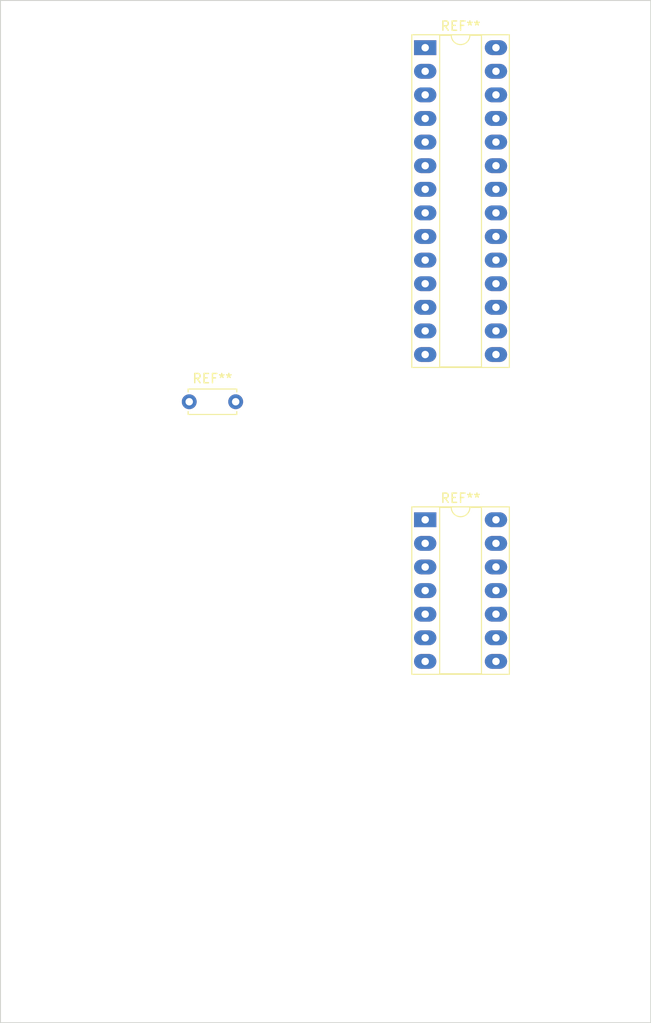
<source format=kicad_pcb>
(kicad_pcb (version 20221018) (generator pcbnew)
  (layers (0 "F.Cu" signal) (31 "B.Cu" signal) (34 "B.Paste" user) (35 "F.Paste" user) (36 "B.SilkS" user "B.Silkscreen") (37 "F.SilkS" user "F.Silkscreen") (38 "B.Mask" user) (39 "F.Mask" user) (44 "Edge.Cuts" user))
  (net 0 "")
  (footprint "Package_DIP:DIP-28_W7.62mm_Socket_LongPads" (layer "F.Cu") (at 121.92 30.48)
    (fp_text reference "REF**" (at 3.81 -2.33) (layer "F.SilkS"))
    (fp_text value "DIP-28_W7.62mm_Socket_LongPads")
    (fp_line (start -1.44 -1.39) (end -1.44 34.41) (stroke (width 0.12)) (layer "F.SilkS"))
    (fp_line (start -1.44 34.41) (end 9.06 34.41) (stroke (width 0.12)) (layer "F.SilkS"))
    (fp_line (start 1.56 -1.33) (end 1.56 34.35) (stroke (width 0.12)) (layer "F.SilkS"))
    (fp_line (start 1.56 34.35) (end 6.06 34.35) (stroke (width 0.12)) (layer "F.SilkS"))
    (fp_line (start 2.81 -1.33) (end 1.56 -1.33) (stroke (width 0.12)) (layer "F.SilkS"))
    (fp_line (start 6.06 -1.33) (end 4.81 -1.33) (stroke (width 0.12)) (layer "F.SilkS"))
    (fp_line (start 6.06 34.35) (end 6.06 -1.33) (stroke (width 0.12)) (layer "F.SilkS"))
    (fp_line (start 9.06 -1.39) (end -1.44 -1.39) (stroke (width 0.12)) (layer "F.SilkS"))
    (fp_line (start 9.06 34.41) (end 9.06 -1.39) (stroke (width 0.12)) (layer "F.SilkS"))
    (fp_arc (start 4.81 -1.33) (mid 3.81 -0.33) (end 2.81 -1.33) (stroke (width 0.12)) (layer "F.SilkS"))
    (pad "1" thru_hole rect (at 0 0) (size 2.4 1.6) (drill 0.8) (layers "*.Cu" "*.Mask"))
    (pad "2" thru_hole oval (at 0 2.54) (size 2.4 1.6) (drill 0.8) (layers "*.Cu" "*.Mask"))
    (pad "3" thru_hole oval (at 0 5.08) (size 2.4 1.6) (drill 0.8) (layers "*.Cu" "*.Mask"))
    (pad "4" thru_hole oval (at 0 7.62) (size 2.4 1.6) (drill 0.8) (layers "*.Cu" "*.Mask"))
    (pad "5" thru_hole oval (at 0 10.16) (size 2.4 1.6) (drill 0.8) (layers "*.Cu" "*.Mask"))
    (pad "6" thru_hole oval (at 0 12.7) (size 2.4 1.6) (drill 0.8) (layers "*.Cu" "*.Mask"))
    (pad "7" thru_hole oval (at 0 15.24) (size 2.4 1.6) (drill 0.8) (layers "*.Cu" "*.Mask"))
    (pad "8" thru_hole oval (at 0 17.78) (size 2.4 1.6) (drill 0.8) (layers "*.Cu" "*.Mask"))
    (pad "9" thru_hole oval (at 0 20.32) (size 2.4 1.6) (drill 0.8) (layers "*.Cu" "*.Mask"))
    (pad "10" thru_hole oval (at 0 22.86) (size 2.4 1.6) (drill 0.8) (layers "*.Cu" "*.Mask"))
    (pad "11" thru_hole oval (at 0 25.4) (size 2.4 1.6) (drill 0.8) (layers "*.Cu" "*.Mask"))
    (pad "12" thru_hole oval (at 0 27.94) (size 2.4 1.6) (drill 0.8) (layers "*.Cu" "*.Mask"))
    (pad "13" thru_hole oval (at 0 30.48) (size 2.4 1.6) (drill 0.8) (layers "*.Cu" "*.Mask"))
    (pad "14" thru_hole oval (at 0 33.02) (size 2.4 1.6) (drill 0.8) (layers "*.Cu" "*.Mask"))
    (pad "15" thru_hole oval (at 7.62 33.02) (size 2.4 1.6) (drill 0.8) (layers "*.Cu" "*.Mask"))
    (pad "16" thru_hole oval (at 7.62 30.48) (size 2.4 1.6) (drill 0.8) (layers "*.Cu" "*.Mask"))
    (pad "17" thru_hole oval (at 7.62 27.94) (size 2.4 1.6) (drill 0.8) (layers "*.Cu" "*.Mask"))
    (pad "18" thru_hole oval (at 7.62 25.4) (size 2.4 1.6) (drill 0.8) (layers "*.Cu" "*.Mask"))
    (pad "19" thru_hole oval (at 7.62 22.86) (size 2.4 1.6) (drill 0.8) (layers "*.Cu" "*.Mask"))
    (pad "20" thru_hole oval (at 7.62 20.32) (size 2.4 1.6) (drill 0.8) (layers "*.Cu" "*.Mask"))
    (pad "21" thru_hole oval (at 7.62 17.78) (size 2.4 1.6) (drill 0.8) (layers "*.Cu" "*.Mask"))
    (pad "22" thru_hole oval (at 7.62 15.24) (size 2.4 1.6) (drill 0.8) (layers "*.Cu" "*.Mask"))
    (pad "23" thru_hole oval (at 7.62 12.7) (size 2.4 1.6) (drill 0.8) (layers "*.Cu" "*.Mask"))
    (pad "24" thru_hole oval (at 7.62 10.16) (size 2.4 1.6) (drill 0.8) (layers "*.Cu" "*.Mask"))
    (pad "25" thru_hole oval (at 7.62 7.62) (size 2.4 1.6) (drill 0.8) (layers "*.Cu" "*.Mask"))
    (pad "26" thru_hole oval (at 7.62 5.08) (size 2.4 1.6) (drill 0.8) (layers "*.Cu" "*.Mask"))
    (pad "27" thru_hole oval (at 7.62 2.54) (size 2.4 1.6) (drill 0.8) (layers "*.Cu" "*.Mask"))
    (pad "28" thru_hole oval (at 7.62 0) (size 2.4 1.6) (drill 0.8) (layers "*.Cu" "*.Mask"))
  )
  (footprint "Capacitor_THT:C_Disc_D5.0mm_W2.5mm_P5.00mm" (layer "F.Cu") (at 96.52 68.58)
    (fp_text reference "REF**" (at 2.5 -2.5) (layer "F.SilkS"))
    (fp_text value "C_Disc_D5.0mm_W2.5mm_P5.00mm")
    (fp_line (start -0.12 -1.37) (end -0.12 -1.055) (stroke (width 0.12)) (layer "F.SilkS"))
    (fp_line (start -0.12 -1.37) (end 5.12 -1.37) (stroke (width 0.12)) (layer "F.SilkS"))
    (fp_line (start -0.12 1.055) (end -0.12 1.37) (stroke (width 0.12)) (layer "F.SilkS"))
    (fp_line (start -0.12 1.37) (end 5.12 1.37) (stroke (width 0.12)) (layer "F.SilkS"))
    (fp_line (start 5.12 -1.37) (end 5.12 -1.055) (stroke (width 0.12)) (layer "F.SilkS"))
    (fp_line (start 5.12 1.055) (end 5.12 1.37) (stroke (width 0.12)) (layer "F.SilkS"))
    (pad "1" thru_hole circle (at 0 0) (size 1.6 1.6) (drill 0.8) (layers "*.Cu" "*.Mask"))
    (pad "2" thru_hole circle (at 5 0) (size 1.6 1.6) (drill 0.8) (layers "*.Cu" "*.Mask"))
  )
  (footprint "Package_DIP:DIP-14_W7.62mm_Socket_LongPads" (layer "F.Cu") (at 121.92 81.28)
    (fp_text reference "REF**" (at 3.81 -2.33) (layer "F.SilkS"))
    (fp_text value "DIP-14_W7.62mm_Socket_LongPads")
    (fp_line (start -1.44 -1.39) (end -1.44 16.63) (stroke (width 0.12)) (layer "F.SilkS"))
    (fp_line (start -1.44 16.63) (end 9.06 16.63) (stroke (width 0.12)) (layer "F.SilkS"))
    (fp_line (start 1.56 -1.33) (end 1.56 16.57) (stroke (width 0.12)) (layer "F.SilkS"))
    (fp_line (start 1.56 16.57) (end 6.06 16.57) (stroke (width 0.12)) (layer "F.SilkS"))
    (fp_line (start 2.81 -1.33) (end 1.56 -1.33) (stroke (width 0.12)) (layer "F.SilkS"))
    (fp_line (start 6.06 -1.33) (end 4.81 -1.33) (stroke (width 0.12)) (layer "F.SilkS"))
    (fp_line (start 6.06 16.57) (end 6.06 -1.33) (stroke (width 0.12)) (layer "F.SilkS"))
    (fp_line (start 9.06 -1.39) (end -1.44 -1.39) (stroke (width 0.12)) (layer "F.SilkS"))
    (fp_line (start 9.06 16.63) (end 9.06 -1.39) (stroke (width 0.12)) (layer "F.SilkS"))
    (fp_arc (start 4.81 -1.33) (mid 3.81 -0.33) (end 2.81 -1.33) (stroke (width 0.12)) (layer "F.SilkS"))
    (pad "1" thru_hole rect (at 0 0) (size 2.4 1.6) (drill 0.8) (layers "*.Cu" "*.Mask"))
    (pad "2" thru_hole oval (at 0 2.54) (size 2.4 1.6) (drill 0.8) (layers "*.Cu" "*.Mask"))
    (pad "3" thru_hole oval (at 0 5.08) (size 2.4 1.6) (drill 0.8) (layers "*.Cu" "*.Mask"))
    (pad "4" thru_hole oval (at 0 7.62) (size 2.4 1.6) (drill 0.8) (layers "*.Cu" "*.Mask"))
    (pad "5" thru_hole oval (at 0 10.16) (size 2.4 1.6) (drill 0.8) (layers "*.Cu" "*.Mask"))
    (pad "6" thru_hole oval (at 0 12.7) (size 2.4 1.6) (drill 0.8) (layers "*.Cu" "*.Mask"))
    (pad "7" thru_hole oval (at 0 15.24) (size 2.4 1.6) (drill 0.8) (layers "*.Cu" "*.Mask"))
    (pad "8" thru_hole oval (at 7.62 15.24) (size 2.4 1.6) (drill 0.8) (layers "*.Cu" "*.Mask"))
    (pad "9" thru_hole oval (at 7.62 12.7) (size 2.4 1.6) (drill 0.8) (layers "*.Cu" "*.Mask"))
    (pad "10" thru_hole oval (at 7.62 10.16) (size 2.4 1.6) (drill 0.8) (layers "*.Cu" "*.Mask"))
    (pad "11" thru_hole oval (at 7.62 7.62) (size 2.4 1.6) (drill 0.8) (layers "*.Cu" "*.Mask"))
    (pad "12" thru_hole oval (at 7.62 5.08) (size 2.4 1.6) (drill 0.8) (layers "*.Cu" "*.Mask"))
    (pad "13" thru_hole oval (at 7.62 2.54) (size 2.4 1.6) (drill 0.8) (layers "*.Cu" "*.Mask"))
    (pad "14" thru_hole oval (at 7.62 0) (size 2.4 1.6) (drill 0.8) (layers "*.Cu" "*.Mask"))
  )
  (gr_rect (start 76.2 25.4) (end 146.2 135.4) (stroke (width 0.1)) (fill none) (layer "Edge.Cuts"))
)
</source>
